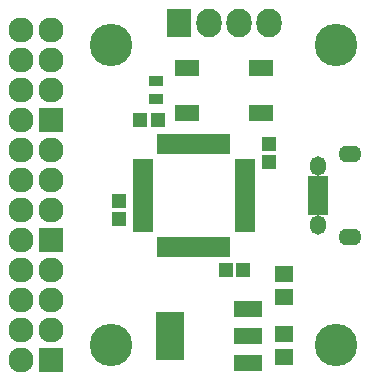
<source format=gbr>
G04 #@! TF.FileFunction,Soldermask,Top*
%FSLAX46Y46*%
G04 Gerber Fmt 4.6, Leading zero omitted, Abs format (unit mm)*
G04 Created by KiCad (PCBNEW 4.0.6) date Tue Apr 25 22:47:00 2017*
%MOMM*%
%LPD*%
G01*
G04 APERTURE LIST*
%ADD10C,0.100000*%
%ADD11R,1.650000X1.400000*%
%ADD12R,1.150000X1.200000*%
%ADD13R,1.200000X1.150000*%
%ADD14R,1.750000X0.800000*%
%ADD15O,1.350000X1.650000*%
%ADD16O,1.950000X1.400000*%
%ADD17R,2.127200X2.432000*%
%ADD18O,2.127200X2.432000*%
%ADD19R,2.127200X2.127200*%
%ADD20O,2.127200X2.127200*%
%ADD21R,1.300000X0.900000*%
%ADD22R,2.100000X1.400000*%
%ADD23R,2.432000X4.057600*%
%ADD24R,2.432000X1.416000*%
%ADD25R,1.700000X0.650000*%
%ADD26R,0.650000X1.700000*%
%ADD27C,3.600000*%
G04 APERTURE END LIST*
D10*
D11*
X177165000Y-101330000D03*
X177165000Y-99330000D03*
X177165000Y-94250000D03*
X177165000Y-96250000D03*
D12*
X163195000Y-89650000D03*
X163195000Y-88150000D03*
D13*
X164985000Y-81280000D03*
X166485000Y-81280000D03*
X173724000Y-93980000D03*
X172224000Y-93980000D03*
D12*
X175895000Y-83324000D03*
X175895000Y-84824000D03*
D14*
X180047460Y-88930900D03*
X180047460Y-88280900D03*
X180047460Y-87630900D03*
X180047460Y-86980900D03*
X180047460Y-86330900D03*
D15*
X180047460Y-90130900D03*
X180047460Y-85130900D03*
D16*
X182747460Y-91130900D03*
X182747460Y-84130900D03*
D17*
X168275000Y-73025000D03*
D18*
X170815000Y-73025000D03*
X173355000Y-73025000D03*
X175895000Y-73025000D03*
D19*
X157480000Y-101600000D03*
D20*
X154940000Y-101600000D03*
X157480000Y-99060000D03*
X154940000Y-99060000D03*
X157480000Y-96520000D03*
X154940000Y-96520000D03*
X157480000Y-93980000D03*
X154940000Y-93980000D03*
D19*
X157480000Y-91440000D03*
D20*
X154940000Y-91440000D03*
X157480000Y-88900000D03*
X154940000Y-88900000D03*
X157480000Y-86360000D03*
X154940000Y-86360000D03*
X157480000Y-83820000D03*
X154940000Y-83820000D03*
D19*
X157480000Y-81280000D03*
D20*
X154940000Y-81280000D03*
X157480000Y-78740000D03*
X154940000Y-78740000D03*
X157480000Y-76200000D03*
X154940000Y-76200000D03*
X157480000Y-73660000D03*
X154940000Y-73660000D03*
D21*
X166370000Y-77990000D03*
X166370000Y-79490000D03*
D22*
X175235000Y-80640000D03*
X168935000Y-80640000D03*
X175235000Y-76840000D03*
X168935000Y-76840000D03*
D23*
X167513000Y-99568000D03*
D24*
X174117000Y-99568000D03*
X174117000Y-97282000D03*
X174117000Y-101854000D03*
D25*
X165195000Y-84880000D03*
X165195000Y-85380000D03*
X165195000Y-85880000D03*
X165195000Y-86380000D03*
X165195000Y-86880000D03*
X165195000Y-87380000D03*
X165195000Y-87880000D03*
X165195000Y-88380000D03*
X165195000Y-88880000D03*
X165195000Y-89380000D03*
X165195000Y-89880000D03*
X165195000Y-90380000D03*
D26*
X166795000Y-91980000D03*
X167295000Y-91980000D03*
X167795000Y-91980000D03*
X168295000Y-91980000D03*
X168795000Y-91980000D03*
X169295000Y-91980000D03*
X169795000Y-91980000D03*
X170295000Y-91980000D03*
X170795000Y-91980000D03*
X171295000Y-91980000D03*
X171795000Y-91980000D03*
X172295000Y-91980000D03*
D25*
X173895000Y-90380000D03*
X173895000Y-89880000D03*
X173895000Y-89380000D03*
X173895000Y-88880000D03*
X173895000Y-88380000D03*
X173895000Y-87880000D03*
X173895000Y-87380000D03*
X173895000Y-86880000D03*
X173895000Y-86380000D03*
X173895000Y-85880000D03*
X173895000Y-85380000D03*
X173895000Y-84880000D03*
D26*
X172295000Y-83280000D03*
X171795000Y-83280000D03*
X171295000Y-83280000D03*
X170795000Y-83280000D03*
X170295000Y-83280000D03*
X169795000Y-83280000D03*
X169295000Y-83280000D03*
X168795000Y-83280000D03*
X168295000Y-83280000D03*
X167795000Y-83280000D03*
X167295000Y-83280000D03*
X166795000Y-83280000D03*
D27*
X181610000Y-74930000D03*
X181610000Y-100330000D03*
X162560000Y-100330000D03*
X162560000Y-74930000D03*
M02*

</source>
